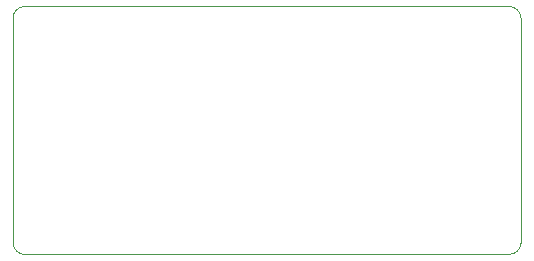
<source format=gbr>
%TF.GenerationSoftware,KiCad,Pcbnew,(5.99.0-1662-g9db296991)*%
%TF.CreationDate,2020-05-29T20:42:40+05:30*%
%TF.ProjectId,TPS62133,54505336-3231-4333-932e-6b696361645f,rev?*%
%TF.SameCoordinates,Original*%
%TF.FileFunction,Profile,NP*%
%FSLAX46Y46*%
G04 Gerber Fmt 4.6, Leading zero omitted, Abs format (unit mm)*
G04 Created by KiCad (PCBNEW (5.99.0-1662-g9db296991)) date 2020-05-29 20:42:40*
%MOMM*%
%LPD*%
G01*
G04 APERTURE LIST*
%TA.AperFunction,Profile*%
%ADD10C,0.050000*%
%TD*%
G04 APERTURE END LIST*
D10*
X52500000Y-10500000D02*
G75*
G02*
X53500000Y-11500000I0J-1000000D01*
G01*
X53500000Y-30500000D02*
G75*
G02*
X52500000Y-31500000I-1000000J0D01*
G01*
X11500000Y-31500000D02*
G75*
G02*
X10500000Y-30500000I0J1000000D01*
G01*
X10500000Y-11500000D02*
G75*
G02*
X11500000Y-10500000I1000000J0D01*
G01*
X10500000Y-30500000D02*
X10500000Y-11500000D01*
X52500000Y-31500000D02*
X11500000Y-31500000D01*
X53500000Y-11500000D02*
X53500000Y-30500000D01*
X11500000Y-10500000D02*
X52500000Y-10500000D01*
M02*

</source>
